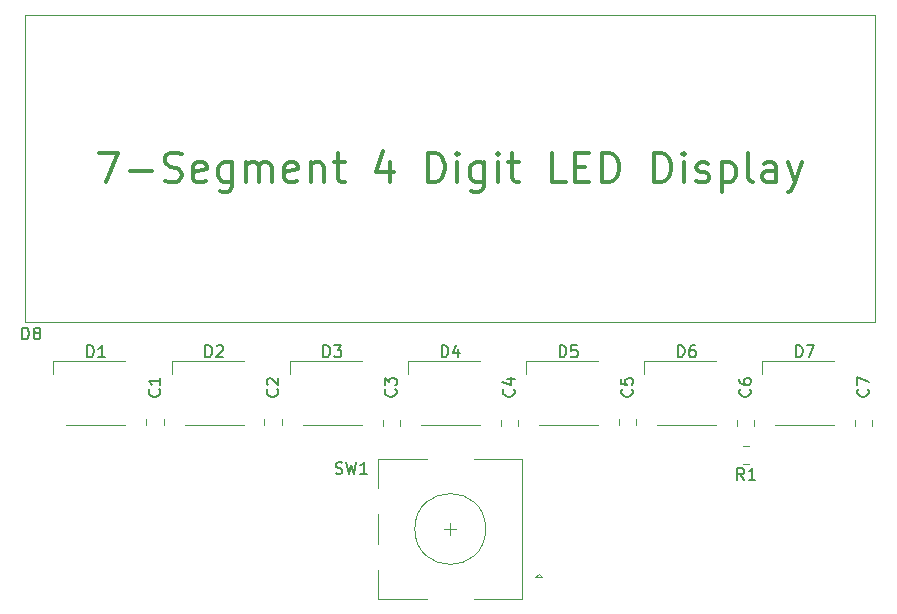
<source format=gbr>
%TF.GenerationSoftware,KiCad,Pcbnew,(5.1.9)-1*%
%TF.CreationDate,2021-05-23T18:49:26+01:00*%
%TF.ProjectId,ClockStrikeRotary,436c6f63-6b53-4747-9269-6b65526f7461,rev?*%
%TF.SameCoordinates,Original*%
%TF.FileFunction,Legend,Top*%
%TF.FilePolarity,Positive*%
%FSLAX46Y46*%
G04 Gerber Fmt 4.6, Leading zero omitted, Abs format (unit mm)*
G04 Created by KiCad (PCBNEW (5.1.9)-1) date 2021-05-23 18:49:26*
%MOMM*%
%LPD*%
G01*
G04 APERTURE LIST*
%ADD10C,0.300000*%
%ADD11C,0.120000*%
%ADD12C,0.150000*%
G04 APERTURE END LIST*
D10*
X35238095Y-36630952D02*
X36904761Y-36630952D01*
X35833333Y-39130952D01*
X37857142Y-38178571D02*
X39761904Y-38178571D01*
X40833333Y-39011904D02*
X41190476Y-39130952D01*
X41785714Y-39130952D01*
X42023809Y-39011904D01*
X42142857Y-38892857D01*
X42261904Y-38654761D01*
X42261904Y-38416666D01*
X42142857Y-38178571D01*
X42023809Y-38059523D01*
X41785714Y-37940476D01*
X41309523Y-37821428D01*
X41071428Y-37702380D01*
X40952380Y-37583333D01*
X40833333Y-37345238D01*
X40833333Y-37107142D01*
X40952380Y-36869047D01*
X41071428Y-36750000D01*
X41309523Y-36630952D01*
X41904761Y-36630952D01*
X42261904Y-36750000D01*
X44285714Y-39011904D02*
X44047619Y-39130952D01*
X43571428Y-39130952D01*
X43333333Y-39011904D01*
X43214285Y-38773809D01*
X43214285Y-37821428D01*
X43333333Y-37583333D01*
X43571428Y-37464285D01*
X44047619Y-37464285D01*
X44285714Y-37583333D01*
X44404761Y-37821428D01*
X44404761Y-38059523D01*
X43214285Y-38297619D01*
X46547619Y-37464285D02*
X46547619Y-39488095D01*
X46428571Y-39726190D01*
X46309523Y-39845238D01*
X46071428Y-39964285D01*
X45714285Y-39964285D01*
X45476190Y-39845238D01*
X46547619Y-39011904D02*
X46309523Y-39130952D01*
X45833333Y-39130952D01*
X45595238Y-39011904D01*
X45476190Y-38892857D01*
X45357142Y-38654761D01*
X45357142Y-37940476D01*
X45476190Y-37702380D01*
X45595238Y-37583333D01*
X45833333Y-37464285D01*
X46309523Y-37464285D01*
X46547619Y-37583333D01*
X47738095Y-39130952D02*
X47738095Y-37464285D01*
X47738095Y-37702380D02*
X47857142Y-37583333D01*
X48095238Y-37464285D01*
X48452380Y-37464285D01*
X48690476Y-37583333D01*
X48809523Y-37821428D01*
X48809523Y-39130952D01*
X48809523Y-37821428D02*
X48928571Y-37583333D01*
X49166666Y-37464285D01*
X49523809Y-37464285D01*
X49761904Y-37583333D01*
X49880952Y-37821428D01*
X49880952Y-39130952D01*
X52023809Y-39011904D02*
X51785714Y-39130952D01*
X51309523Y-39130952D01*
X51071428Y-39011904D01*
X50952380Y-38773809D01*
X50952380Y-37821428D01*
X51071428Y-37583333D01*
X51309523Y-37464285D01*
X51785714Y-37464285D01*
X52023809Y-37583333D01*
X52142857Y-37821428D01*
X52142857Y-38059523D01*
X50952380Y-38297619D01*
X53214285Y-37464285D02*
X53214285Y-39130952D01*
X53214285Y-37702380D02*
X53333333Y-37583333D01*
X53571428Y-37464285D01*
X53928571Y-37464285D01*
X54166666Y-37583333D01*
X54285714Y-37821428D01*
X54285714Y-39130952D01*
X55119047Y-37464285D02*
X56071428Y-37464285D01*
X55476190Y-36630952D02*
X55476190Y-38773809D01*
X55595238Y-39011904D01*
X55833333Y-39130952D01*
X56071428Y-39130952D01*
X59880952Y-37464285D02*
X59880952Y-39130952D01*
X59285714Y-36511904D02*
X58690476Y-38297619D01*
X60238095Y-38297619D01*
X63095238Y-39130952D02*
X63095238Y-36630952D01*
X63690476Y-36630952D01*
X64047619Y-36750000D01*
X64285714Y-36988095D01*
X64404761Y-37226190D01*
X64523809Y-37702380D01*
X64523809Y-38059523D01*
X64404761Y-38535714D01*
X64285714Y-38773809D01*
X64047619Y-39011904D01*
X63690476Y-39130952D01*
X63095238Y-39130952D01*
X65595238Y-39130952D02*
X65595238Y-37464285D01*
X65595238Y-36630952D02*
X65476190Y-36750000D01*
X65595238Y-36869047D01*
X65714285Y-36750000D01*
X65595238Y-36630952D01*
X65595238Y-36869047D01*
X67857142Y-37464285D02*
X67857142Y-39488095D01*
X67738095Y-39726190D01*
X67619047Y-39845238D01*
X67380952Y-39964285D01*
X67023809Y-39964285D01*
X66785714Y-39845238D01*
X67857142Y-39011904D02*
X67619047Y-39130952D01*
X67142857Y-39130952D01*
X66904761Y-39011904D01*
X66785714Y-38892857D01*
X66666666Y-38654761D01*
X66666666Y-37940476D01*
X66785714Y-37702380D01*
X66904761Y-37583333D01*
X67142857Y-37464285D01*
X67619047Y-37464285D01*
X67857142Y-37583333D01*
X69047619Y-39130952D02*
X69047619Y-37464285D01*
X69047619Y-36630952D02*
X68928571Y-36750000D01*
X69047619Y-36869047D01*
X69166666Y-36750000D01*
X69047619Y-36630952D01*
X69047619Y-36869047D01*
X69880952Y-37464285D02*
X70833333Y-37464285D01*
X70238095Y-36630952D02*
X70238095Y-38773809D01*
X70357142Y-39011904D01*
X70595238Y-39130952D01*
X70833333Y-39130952D01*
X74761904Y-39130952D02*
X73571428Y-39130952D01*
X73571428Y-36630952D01*
X75595238Y-37821428D02*
X76428571Y-37821428D01*
X76785714Y-39130952D02*
X75595238Y-39130952D01*
X75595238Y-36630952D01*
X76785714Y-36630952D01*
X77857142Y-39130952D02*
X77857142Y-36630952D01*
X78452380Y-36630952D01*
X78809523Y-36750000D01*
X79047619Y-36988095D01*
X79166666Y-37226190D01*
X79285714Y-37702380D01*
X79285714Y-38059523D01*
X79166666Y-38535714D01*
X79047619Y-38773809D01*
X78809523Y-39011904D01*
X78452380Y-39130952D01*
X77857142Y-39130952D01*
X82261904Y-39130952D02*
X82261904Y-36630952D01*
X82857142Y-36630952D01*
X83214285Y-36750000D01*
X83452380Y-36988095D01*
X83571428Y-37226190D01*
X83690476Y-37702380D01*
X83690476Y-38059523D01*
X83571428Y-38535714D01*
X83452380Y-38773809D01*
X83214285Y-39011904D01*
X82857142Y-39130952D01*
X82261904Y-39130952D01*
X84761904Y-39130952D02*
X84761904Y-37464285D01*
X84761904Y-36630952D02*
X84642857Y-36750000D01*
X84761904Y-36869047D01*
X84880952Y-36750000D01*
X84761904Y-36630952D01*
X84761904Y-36869047D01*
X85833333Y-39011904D02*
X86071428Y-39130952D01*
X86547619Y-39130952D01*
X86785714Y-39011904D01*
X86904761Y-38773809D01*
X86904761Y-38654761D01*
X86785714Y-38416666D01*
X86547619Y-38297619D01*
X86190476Y-38297619D01*
X85952380Y-38178571D01*
X85833333Y-37940476D01*
X85833333Y-37821428D01*
X85952380Y-37583333D01*
X86190476Y-37464285D01*
X86547619Y-37464285D01*
X86785714Y-37583333D01*
X87976190Y-37464285D02*
X87976190Y-39964285D01*
X87976190Y-37583333D02*
X88214285Y-37464285D01*
X88690476Y-37464285D01*
X88928571Y-37583333D01*
X89047619Y-37702380D01*
X89166666Y-37940476D01*
X89166666Y-38654761D01*
X89047619Y-38892857D01*
X88928571Y-39011904D01*
X88690476Y-39130952D01*
X88214285Y-39130952D01*
X87976190Y-39011904D01*
X90595238Y-39130952D02*
X90357142Y-39011904D01*
X90238095Y-38773809D01*
X90238095Y-36630952D01*
X92619047Y-39130952D02*
X92619047Y-37821428D01*
X92499999Y-37583333D01*
X92261904Y-37464285D01*
X91785714Y-37464285D01*
X91547619Y-37583333D01*
X92619047Y-39011904D02*
X92380952Y-39130952D01*
X91785714Y-39130952D01*
X91547619Y-39011904D01*
X91428571Y-38773809D01*
X91428571Y-38535714D01*
X91547619Y-38297619D01*
X91785714Y-38178571D01*
X92380952Y-38178571D01*
X92619047Y-38059523D01*
X93571428Y-37464285D02*
X94166666Y-39130952D01*
X94761904Y-37464285D02*
X94166666Y-39130952D01*
X93928571Y-39726190D01*
X93809523Y-39845238D01*
X93571428Y-39964285D01*
D11*
%TO.C,D7*%
X91400000Y-54300000D02*
X97500000Y-54300000D01*
X91400000Y-55400000D02*
X91400000Y-54300000D01*
X97500000Y-59700000D02*
X92500000Y-59700000D01*
%TO.C,D6*%
X81400000Y-54300000D02*
X87500000Y-54300000D01*
X81400000Y-55400000D02*
X81400000Y-54300000D01*
X87500000Y-59700000D02*
X82500000Y-59700000D01*
%TO.C,C7*%
X99265000Y-59761252D02*
X99265000Y-59238748D01*
X100735000Y-59761252D02*
X100735000Y-59238748D01*
%TO.C,C6*%
X89265000Y-59761252D02*
X89265000Y-59238748D01*
X90735000Y-59761252D02*
X90735000Y-59238748D01*
%TO.C,D5*%
X77500000Y-59700000D02*
X72500000Y-59700000D01*
X71400000Y-55400000D02*
X71400000Y-54300000D01*
X71400000Y-54300000D02*
X77500000Y-54300000D01*
%TO.C,D4*%
X67500000Y-59700000D02*
X62500000Y-59700000D01*
X61400000Y-55400000D02*
X61400000Y-54300000D01*
X61400000Y-54300000D02*
X67500000Y-54300000D01*
%TO.C,D3*%
X57500000Y-59700000D02*
X52500000Y-59700000D01*
X51400000Y-55400000D02*
X51400000Y-54300000D01*
X51400000Y-54300000D02*
X57500000Y-54300000D01*
%TO.C,D2*%
X47500000Y-59700000D02*
X42500000Y-59700000D01*
X41400000Y-55400000D02*
X41400000Y-54300000D01*
X41400000Y-54300000D02*
X47500000Y-54300000D01*
%TO.C,D1*%
X37500000Y-59700000D02*
X32500000Y-59700000D01*
X31400000Y-55400000D02*
X31400000Y-54300000D01*
X31400000Y-54300000D02*
X37500000Y-54300000D01*
%TO.C,C5*%
X80735000Y-59711252D02*
X80735000Y-59188748D01*
X79265000Y-59711252D02*
X79265000Y-59188748D01*
%TO.C,C4*%
X70735000Y-59761252D02*
X70735000Y-59238748D01*
X69265000Y-59761252D02*
X69265000Y-59238748D01*
%TO.C,C3*%
X60735000Y-59761252D02*
X60735000Y-59238748D01*
X59265000Y-59761252D02*
X59265000Y-59238748D01*
%TO.C,C2*%
X50735000Y-59711252D02*
X50735000Y-59188748D01*
X49265000Y-59711252D02*
X49265000Y-59188748D01*
%TO.C,C1*%
X40735000Y-59711252D02*
X40735000Y-59188748D01*
X39265000Y-59711252D02*
X39265000Y-59188748D01*
%TO.C,SW1*%
X68000000Y-68500000D02*
G75*
G03*
X68000000Y-68500000I-3000000J0D01*
G01*
X63000000Y-74400000D02*
X58900000Y-74400000D01*
X58900000Y-62600000D02*
X63000000Y-62600000D01*
X67000000Y-62600000D02*
X71100000Y-62600000D01*
X67000000Y-74400000D02*
X71100000Y-74400000D01*
X71100000Y-74400000D02*
X71100000Y-62600000D01*
X72500000Y-72300000D02*
X72800000Y-72600000D01*
X72800000Y-72600000D02*
X72200000Y-72600000D01*
X72200000Y-72600000D02*
X72500000Y-72300000D01*
X58900000Y-74400000D02*
X58900000Y-72000000D01*
X58900000Y-69800000D02*
X58900000Y-67200000D01*
X58900000Y-65000000D02*
X58900000Y-62600000D01*
X65000000Y-69000000D02*
X65000000Y-68000000D01*
X65500000Y-68500000D02*
X64500000Y-68500000D01*
%TO.C,R1*%
X90274564Y-61505000D02*
X89820436Y-61505000D01*
X90274564Y-62975000D02*
X89820436Y-62975000D01*
%TO.C,D8*%
X29000000Y-25000000D02*
X65000000Y-25000000D01*
X29000000Y-51000000D02*
X29000000Y-25000000D01*
X101000000Y-51000000D02*
X29000000Y-51000000D01*
X101000000Y-25000000D02*
X101000000Y-51000000D01*
X65000000Y-25000000D02*
X101000000Y-25000000D01*
%TO.C,D7*%
D12*
X94261904Y-53952380D02*
X94261904Y-52952380D01*
X94500000Y-52952380D01*
X94642857Y-53000000D01*
X94738095Y-53095238D01*
X94785714Y-53190476D01*
X94833333Y-53380952D01*
X94833333Y-53523809D01*
X94785714Y-53714285D01*
X94738095Y-53809523D01*
X94642857Y-53904761D01*
X94500000Y-53952380D01*
X94261904Y-53952380D01*
X95166666Y-52952380D02*
X95833333Y-52952380D01*
X95404761Y-53952380D01*
%TO.C,D6*%
X84261904Y-53952380D02*
X84261904Y-52952380D01*
X84500000Y-52952380D01*
X84642857Y-53000000D01*
X84738095Y-53095238D01*
X84785714Y-53190476D01*
X84833333Y-53380952D01*
X84833333Y-53523809D01*
X84785714Y-53714285D01*
X84738095Y-53809523D01*
X84642857Y-53904761D01*
X84500000Y-53952380D01*
X84261904Y-53952380D01*
X85690476Y-52952380D02*
X85500000Y-52952380D01*
X85404761Y-53000000D01*
X85357142Y-53047619D01*
X85261904Y-53190476D01*
X85214285Y-53380952D01*
X85214285Y-53761904D01*
X85261904Y-53857142D01*
X85309523Y-53904761D01*
X85404761Y-53952380D01*
X85595238Y-53952380D01*
X85690476Y-53904761D01*
X85738095Y-53857142D01*
X85785714Y-53761904D01*
X85785714Y-53523809D01*
X85738095Y-53428571D01*
X85690476Y-53380952D01*
X85595238Y-53333333D01*
X85404761Y-53333333D01*
X85309523Y-53380952D01*
X85261904Y-53428571D01*
X85214285Y-53523809D01*
%TO.C,C7*%
X100357142Y-56666666D02*
X100404761Y-56714285D01*
X100452380Y-56857142D01*
X100452380Y-56952380D01*
X100404761Y-57095238D01*
X100309523Y-57190476D01*
X100214285Y-57238095D01*
X100023809Y-57285714D01*
X99880952Y-57285714D01*
X99690476Y-57238095D01*
X99595238Y-57190476D01*
X99500000Y-57095238D01*
X99452380Y-56952380D01*
X99452380Y-56857142D01*
X99500000Y-56714285D01*
X99547619Y-56666666D01*
X99452380Y-56333333D02*
X99452380Y-55666666D01*
X100452380Y-56095238D01*
%TO.C,C6*%
X90357142Y-56666666D02*
X90404761Y-56714285D01*
X90452380Y-56857142D01*
X90452380Y-56952380D01*
X90404761Y-57095238D01*
X90309523Y-57190476D01*
X90214285Y-57238095D01*
X90023809Y-57285714D01*
X89880952Y-57285714D01*
X89690476Y-57238095D01*
X89595238Y-57190476D01*
X89500000Y-57095238D01*
X89452380Y-56952380D01*
X89452380Y-56857142D01*
X89500000Y-56714285D01*
X89547619Y-56666666D01*
X89452380Y-55809523D02*
X89452380Y-56000000D01*
X89500000Y-56095238D01*
X89547619Y-56142857D01*
X89690476Y-56238095D01*
X89880952Y-56285714D01*
X90261904Y-56285714D01*
X90357142Y-56238095D01*
X90404761Y-56190476D01*
X90452380Y-56095238D01*
X90452380Y-55904761D01*
X90404761Y-55809523D01*
X90357142Y-55761904D01*
X90261904Y-55714285D01*
X90023809Y-55714285D01*
X89928571Y-55761904D01*
X89880952Y-55809523D01*
X89833333Y-55904761D01*
X89833333Y-56095238D01*
X89880952Y-56190476D01*
X89928571Y-56238095D01*
X90023809Y-56285714D01*
%TO.C,D5*%
X74261904Y-53952380D02*
X74261904Y-52952380D01*
X74500000Y-52952380D01*
X74642857Y-53000000D01*
X74738095Y-53095238D01*
X74785714Y-53190476D01*
X74833333Y-53380952D01*
X74833333Y-53523809D01*
X74785714Y-53714285D01*
X74738095Y-53809523D01*
X74642857Y-53904761D01*
X74500000Y-53952380D01*
X74261904Y-53952380D01*
X75738095Y-52952380D02*
X75261904Y-52952380D01*
X75214285Y-53428571D01*
X75261904Y-53380952D01*
X75357142Y-53333333D01*
X75595238Y-53333333D01*
X75690476Y-53380952D01*
X75738095Y-53428571D01*
X75785714Y-53523809D01*
X75785714Y-53761904D01*
X75738095Y-53857142D01*
X75690476Y-53904761D01*
X75595238Y-53952380D01*
X75357142Y-53952380D01*
X75261904Y-53904761D01*
X75214285Y-53857142D01*
%TO.C,D4*%
X64261904Y-53952380D02*
X64261904Y-52952380D01*
X64500000Y-52952380D01*
X64642857Y-53000000D01*
X64738095Y-53095238D01*
X64785714Y-53190476D01*
X64833333Y-53380952D01*
X64833333Y-53523809D01*
X64785714Y-53714285D01*
X64738095Y-53809523D01*
X64642857Y-53904761D01*
X64500000Y-53952380D01*
X64261904Y-53952380D01*
X65690476Y-53285714D02*
X65690476Y-53952380D01*
X65452380Y-52904761D02*
X65214285Y-53619047D01*
X65833333Y-53619047D01*
%TO.C,D3*%
X54261904Y-53952380D02*
X54261904Y-52952380D01*
X54500000Y-52952380D01*
X54642857Y-53000000D01*
X54738095Y-53095238D01*
X54785714Y-53190476D01*
X54833333Y-53380952D01*
X54833333Y-53523809D01*
X54785714Y-53714285D01*
X54738095Y-53809523D01*
X54642857Y-53904761D01*
X54500000Y-53952380D01*
X54261904Y-53952380D01*
X55166666Y-52952380D02*
X55785714Y-52952380D01*
X55452380Y-53333333D01*
X55595238Y-53333333D01*
X55690476Y-53380952D01*
X55738095Y-53428571D01*
X55785714Y-53523809D01*
X55785714Y-53761904D01*
X55738095Y-53857142D01*
X55690476Y-53904761D01*
X55595238Y-53952380D01*
X55309523Y-53952380D01*
X55214285Y-53904761D01*
X55166666Y-53857142D01*
%TO.C,D2*%
X44261904Y-53952380D02*
X44261904Y-52952380D01*
X44500000Y-52952380D01*
X44642857Y-53000000D01*
X44738095Y-53095238D01*
X44785714Y-53190476D01*
X44833333Y-53380952D01*
X44833333Y-53523809D01*
X44785714Y-53714285D01*
X44738095Y-53809523D01*
X44642857Y-53904761D01*
X44500000Y-53952380D01*
X44261904Y-53952380D01*
X45214285Y-53047619D02*
X45261904Y-53000000D01*
X45357142Y-52952380D01*
X45595238Y-52952380D01*
X45690476Y-53000000D01*
X45738095Y-53047619D01*
X45785714Y-53142857D01*
X45785714Y-53238095D01*
X45738095Y-53380952D01*
X45166666Y-53952380D01*
X45785714Y-53952380D01*
%TO.C,D1*%
X34261904Y-53952380D02*
X34261904Y-52952380D01*
X34500000Y-52952380D01*
X34642857Y-53000000D01*
X34738095Y-53095238D01*
X34785714Y-53190476D01*
X34833333Y-53380952D01*
X34833333Y-53523809D01*
X34785714Y-53714285D01*
X34738095Y-53809523D01*
X34642857Y-53904761D01*
X34500000Y-53952380D01*
X34261904Y-53952380D01*
X35785714Y-53952380D02*
X35214285Y-53952380D01*
X35500000Y-53952380D02*
X35500000Y-52952380D01*
X35404761Y-53095238D01*
X35309523Y-53190476D01*
X35214285Y-53238095D01*
%TO.C,C5*%
X80357142Y-56666666D02*
X80404761Y-56714285D01*
X80452380Y-56857142D01*
X80452380Y-56952380D01*
X80404761Y-57095238D01*
X80309523Y-57190476D01*
X80214285Y-57238095D01*
X80023809Y-57285714D01*
X79880952Y-57285714D01*
X79690476Y-57238095D01*
X79595238Y-57190476D01*
X79500000Y-57095238D01*
X79452380Y-56952380D01*
X79452380Y-56857142D01*
X79500000Y-56714285D01*
X79547619Y-56666666D01*
X79452380Y-55761904D02*
X79452380Y-56238095D01*
X79928571Y-56285714D01*
X79880952Y-56238095D01*
X79833333Y-56142857D01*
X79833333Y-55904761D01*
X79880952Y-55809523D01*
X79928571Y-55761904D01*
X80023809Y-55714285D01*
X80261904Y-55714285D01*
X80357142Y-55761904D01*
X80404761Y-55809523D01*
X80452380Y-55904761D01*
X80452380Y-56142857D01*
X80404761Y-56238095D01*
X80357142Y-56285714D01*
%TO.C,C4*%
X70357142Y-56666666D02*
X70404761Y-56714285D01*
X70452380Y-56857142D01*
X70452380Y-56952380D01*
X70404761Y-57095238D01*
X70309523Y-57190476D01*
X70214285Y-57238095D01*
X70023809Y-57285714D01*
X69880952Y-57285714D01*
X69690476Y-57238095D01*
X69595238Y-57190476D01*
X69500000Y-57095238D01*
X69452380Y-56952380D01*
X69452380Y-56857142D01*
X69500000Y-56714285D01*
X69547619Y-56666666D01*
X69785714Y-55809523D02*
X70452380Y-55809523D01*
X69404761Y-56047619D02*
X70119047Y-56285714D01*
X70119047Y-55666666D01*
%TO.C,C3*%
X60357142Y-56666666D02*
X60404761Y-56714285D01*
X60452380Y-56857142D01*
X60452380Y-56952380D01*
X60404761Y-57095238D01*
X60309523Y-57190476D01*
X60214285Y-57238095D01*
X60023809Y-57285714D01*
X59880952Y-57285714D01*
X59690476Y-57238095D01*
X59595238Y-57190476D01*
X59500000Y-57095238D01*
X59452380Y-56952380D01*
X59452380Y-56857142D01*
X59500000Y-56714285D01*
X59547619Y-56666666D01*
X59452380Y-56333333D02*
X59452380Y-55714285D01*
X59833333Y-56047619D01*
X59833333Y-55904761D01*
X59880952Y-55809523D01*
X59928571Y-55761904D01*
X60023809Y-55714285D01*
X60261904Y-55714285D01*
X60357142Y-55761904D01*
X60404761Y-55809523D01*
X60452380Y-55904761D01*
X60452380Y-56190476D01*
X60404761Y-56285714D01*
X60357142Y-56333333D01*
%TO.C,C2*%
X50357142Y-56666666D02*
X50404761Y-56714285D01*
X50452380Y-56857142D01*
X50452380Y-56952380D01*
X50404761Y-57095238D01*
X50309523Y-57190476D01*
X50214285Y-57238095D01*
X50023809Y-57285714D01*
X49880952Y-57285714D01*
X49690476Y-57238095D01*
X49595238Y-57190476D01*
X49500000Y-57095238D01*
X49452380Y-56952380D01*
X49452380Y-56857142D01*
X49500000Y-56714285D01*
X49547619Y-56666666D01*
X49547619Y-56285714D02*
X49500000Y-56238095D01*
X49452380Y-56142857D01*
X49452380Y-55904761D01*
X49500000Y-55809523D01*
X49547619Y-55761904D01*
X49642857Y-55714285D01*
X49738095Y-55714285D01*
X49880952Y-55761904D01*
X50452380Y-56333333D01*
X50452380Y-55714285D01*
%TO.C,C1*%
X40357142Y-56666666D02*
X40404761Y-56714285D01*
X40452380Y-56857142D01*
X40452380Y-56952380D01*
X40404761Y-57095238D01*
X40309523Y-57190476D01*
X40214285Y-57238095D01*
X40023809Y-57285714D01*
X39880952Y-57285714D01*
X39690476Y-57238095D01*
X39595238Y-57190476D01*
X39500000Y-57095238D01*
X39452380Y-56952380D01*
X39452380Y-56857142D01*
X39500000Y-56714285D01*
X39547619Y-56666666D01*
X40452380Y-55714285D02*
X40452380Y-56285714D01*
X40452380Y-56000000D02*
X39452380Y-56000000D01*
X39595238Y-56095238D01*
X39690476Y-56190476D01*
X39738095Y-56285714D01*
%TO.C,SW1*%
X55291666Y-63784761D02*
X55434523Y-63832380D01*
X55672619Y-63832380D01*
X55767857Y-63784761D01*
X55815476Y-63737142D01*
X55863095Y-63641904D01*
X55863095Y-63546666D01*
X55815476Y-63451428D01*
X55767857Y-63403809D01*
X55672619Y-63356190D01*
X55482142Y-63308571D01*
X55386904Y-63260952D01*
X55339285Y-63213333D01*
X55291666Y-63118095D01*
X55291666Y-63022857D01*
X55339285Y-62927619D01*
X55386904Y-62880000D01*
X55482142Y-62832380D01*
X55720238Y-62832380D01*
X55863095Y-62880000D01*
X56196428Y-62832380D02*
X56434523Y-63832380D01*
X56625000Y-63118095D01*
X56815476Y-63832380D01*
X57053571Y-62832380D01*
X57958333Y-63832380D02*
X57386904Y-63832380D01*
X57672619Y-63832380D02*
X57672619Y-62832380D01*
X57577380Y-62975238D01*
X57482142Y-63070476D01*
X57386904Y-63118095D01*
%TO.C,R1*%
X89880833Y-64342380D02*
X89547500Y-63866190D01*
X89309404Y-64342380D02*
X89309404Y-63342380D01*
X89690357Y-63342380D01*
X89785595Y-63390000D01*
X89833214Y-63437619D01*
X89880833Y-63532857D01*
X89880833Y-63675714D01*
X89833214Y-63770952D01*
X89785595Y-63818571D01*
X89690357Y-63866190D01*
X89309404Y-63866190D01*
X90833214Y-64342380D02*
X90261785Y-64342380D01*
X90547500Y-64342380D02*
X90547500Y-63342380D01*
X90452261Y-63485238D01*
X90357023Y-63580476D01*
X90261785Y-63628095D01*
%TO.C,D8*%
X28761904Y-52452380D02*
X28761904Y-51452380D01*
X29000000Y-51452380D01*
X29142857Y-51500000D01*
X29238095Y-51595238D01*
X29285714Y-51690476D01*
X29333333Y-51880952D01*
X29333333Y-52023809D01*
X29285714Y-52214285D01*
X29238095Y-52309523D01*
X29142857Y-52404761D01*
X29000000Y-52452380D01*
X28761904Y-52452380D01*
X29904761Y-51880952D02*
X29809523Y-51833333D01*
X29761904Y-51785714D01*
X29714285Y-51690476D01*
X29714285Y-51642857D01*
X29761904Y-51547619D01*
X29809523Y-51500000D01*
X29904761Y-51452380D01*
X30095238Y-51452380D01*
X30190476Y-51500000D01*
X30238095Y-51547619D01*
X30285714Y-51642857D01*
X30285714Y-51690476D01*
X30238095Y-51785714D01*
X30190476Y-51833333D01*
X30095238Y-51880952D01*
X29904761Y-51880952D01*
X29809523Y-51928571D01*
X29761904Y-51976190D01*
X29714285Y-52071428D01*
X29714285Y-52261904D01*
X29761904Y-52357142D01*
X29809523Y-52404761D01*
X29904761Y-52452380D01*
X30095238Y-52452380D01*
X30190476Y-52404761D01*
X30238095Y-52357142D01*
X30285714Y-52261904D01*
X30285714Y-52071428D01*
X30238095Y-51976190D01*
X30190476Y-51928571D01*
X30095238Y-51880952D01*
%TD*%
M02*

</source>
